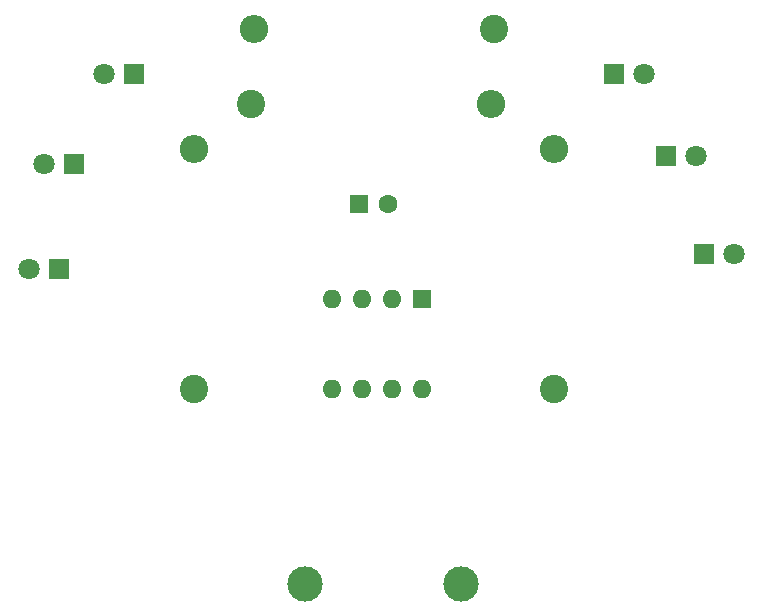
<source format=gbr>
G04 #@! TF.GenerationSoftware,KiCad,Pcbnew,(5.1.5-0)*
G04 #@! TF.CreationDate,2020-12-05T10:39:51+01:00*
G04 #@! TF.ProjectId,xmas_fablab2020,786d6173-5f66-4616-926c-616232303230,rev?*
G04 #@! TF.SameCoordinates,Original*
G04 #@! TF.FileFunction,Copper,L2,Bot*
G04 #@! TF.FilePolarity,Positive*
%FSLAX46Y46*%
G04 Gerber Fmt 4.6, Leading zero omitted, Abs format (unit mm)*
G04 Created by KiCad (PCBNEW (5.1.5-0)) date 2020-12-05 10:39:51*
%MOMM*%
%LPD*%
G04 APERTURE LIST*
%ADD10C,2.400000*%
%ADD11O,2.400000X2.400000*%
%ADD12R,1.600000X1.600000*%
%ADD13C,1.600000*%
%ADD14C,1.800000*%
%ADD15R,1.800000X1.800000*%
%ADD16O,1.600000X1.600000*%
%ADD17C,3.000000*%
G04 APERTURE END LIST*
D10*
X152400000Y-72390000D03*
D11*
X152400000Y-52070000D03*
D10*
X147320000Y-41910000D03*
D11*
X127000000Y-41910000D03*
D12*
X135890000Y-56769000D03*
D13*
X138390000Y-56769000D03*
D14*
X107950000Y-62230000D03*
D15*
X110490000Y-62230000D03*
X165100000Y-60960000D03*
D14*
X167640000Y-60960000D03*
D11*
X121920000Y-52070000D03*
D10*
X121920000Y-72390000D03*
D11*
X147066000Y-48260000D03*
D10*
X126746000Y-48260000D03*
D12*
X141224000Y-64770000D03*
D16*
X133604000Y-72390000D03*
X138684000Y-64770000D03*
X136144000Y-72390000D03*
X136144000Y-64770000D03*
X138684000Y-72390000D03*
X133604000Y-64770000D03*
X141224000Y-72390000D03*
D14*
X109220000Y-53340000D03*
D15*
X111760000Y-53340000D03*
D14*
X164465000Y-52705000D03*
D15*
X161925000Y-52705000D03*
X116840000Y-45720000D03*
D14*
X114300000Y-45720000D03*
D15*
X157480000Y-45720000D03*
D14*
X160020000Y-45720000D03*
D17*
X131322000Y-88900000D03*
X144522000Y-88900000D03*
M02*

</source>
